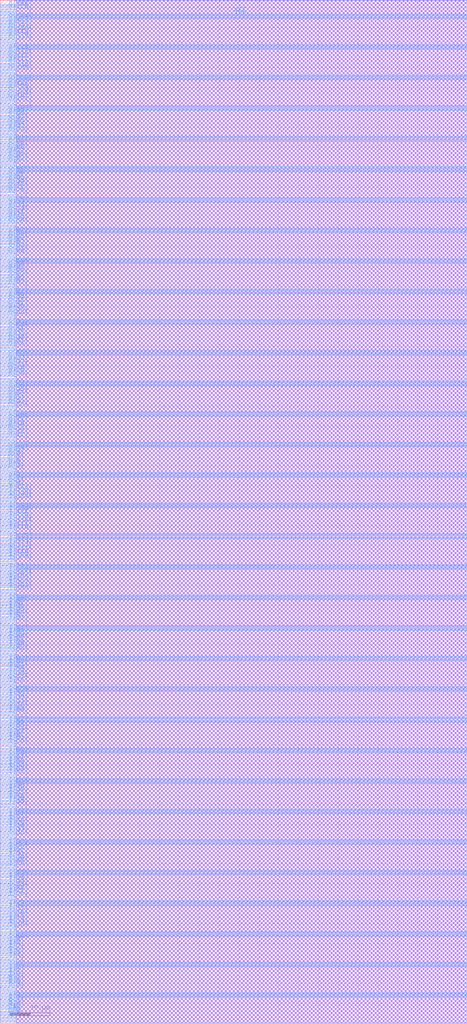
<source format=lef>
VERSION 5.6 ;
BUSBITCHARS "[]" ;
DIVIDERCHAR "/" ;

MACRO SRAM1RW256x128
  CLASS BLOCK ;
  ORIGIN 0 0 ;
  FOREIGN SRAM1RW256x128 0 0 ;
  SIZE 117.408 BY 256.896 ;
  SYMMETRY X Y ;
  SITE coreSite ;
  PIN VDD
    DIRECTION INOUT ;
    USE POWER ;
    PORT 
      LAYER M4 ;
        RECT 0.0 6.528 117.408 6.912 ;
        RECT 0.0 14.208 117.408 14.592 ;
        RECT 0.0 21.888 117.408 22.272 ;
        RECT 0.0 29.568 117.408 29.952 ;
        RECT 0.0 37.248 117.408 37.632 ;
        RECT 0.0 44.928 117.408 45.312 ;
        RECT 0.0 52.608 117.408 52.992 ;
        RECT 0.0 60.288 117.408 60.672 ;
        RECT 0.0 67.968 117.408 68.352 ;
        RECT 0.0 75.648 117.408 76.032 ;
        RECT 0.0 83.328 117.408 83.712 ;
        RECT 0.0 91.008 117.408 91.392 ;
        RECT 0.0 98.688 117.408 99.072 ;
        RECT 0.0 106.368 117.408 106.752 ;
        RECT 0.0 114.048 117.408 114.432 ;
        RECT 0.0 121.728 117.408 122.112 ;
        RECT 0.0 129.408 117.408 129.792 ;
        RECT 0.0 137.088 117.408 137.472 ;
        RECT 0.0 144.768 117.408 145.152 ;
        RECT 0.0 152.448 117.408 152.832 ;
        RECT 0.0 160.128 117.408 160.512 ;
        RECT 0.0 167.808 117.408 168.192 ;
        RECT 0.0 175.488 117.408 175.872 ;
        RECT 0.0 183.168 117.408 183.552 ;
        RECT 0.0 190.848 117.408 191.232 ;
        RECT 0.0 198.528 117.408 198.912 ;
        RECT 0.0 206.208 117.408 206.592 ;
        RECT 0.0 213.888 117.408 214.272 ;
        RECT 0.0 221.568 117.408 221.952 ;
        RECT 0.0 229.248 117.408 229.632 ;
        RECT 0.0 236.928 117.408 237.312 ;
        RECT 0.0 244.608 117.408 244.992 ;
        RECT 0.0 252.288 117.408 252.672 ;
    END 
  END VDD
  PIN VSS
    DIRECTION INOUT ;
    USE GROUND ;
    PORT 
      LAYER M4 ;
        RECT 0.0 7.296 117.408 7.68 ;
        RECT 0.0 14.976 117.408 15.36 ;
        RECT 0.0 22.656 117.408 23.04 ;
        RECT 0.0 30.336 117.408 30.72 ;
        RECT 0.0 38.016 117.408 38.4 ;
        RECT 0.0 45.696 117.408 46.08 ;
        RECT 0.0 53.376 117.408 53.76 ;
        RECT 0.0 61.056 117.408 61.44 ;
        RECT 0.0 68.736 117.408 69.12 ;
        RECT 0.0 76.416 117.408 76.8 ;
        RECT 0.0 84.096 117.408 84.48 ;
        RECT 0.0 91.776 117.408 92.16 ;
        RECT 0.0 99.456 117.408 99.84 ;
        RECT 0.0 107.136 117.408 107.52 ;
        RECT 0.0 114.816 117.408 115.2 ;
        RECT 0.0 122.496 117.408 122.88 ;
        RECT 0.0 130.176 117.408 130.56 ;
        RECT 0.0 137.856 117.408 138.24 ;
        RECT 0.0 145.536 117.408 145.92 ;
        RECT 0.0 153.216 117.408 153.6 ;
        RECT 0.0 160.896 117.408 161.28 ;
        RECT 0.0 168.576 117.408 168.96 ;
        RECT 0.0 176.256 117.408 176.64 ;
        RECT 0.0 183.936 117.408 184.32 ;
        RECT 0.0 191.616 117.408 192.0 ;
        RECT 0.0 199.296 117.408 199.68 ;
        RECT 0.0 206.976 117.408 207.36 ;
        RECT 0.0 214.656 117.408 215.04 ;
        RECT 0.0 222.336 117.408 222.72 ;
        RECT 0.0 230.016 117.408 230.4 ;
        RECT 0.0 237.696 117.408 238.08 ;
        RECT 0.0 245.376 117.408 245.76 ;
        RECT 0.0 253.056 117.408 253.44 ;
    END 
  END VSS
  PIN CE
    DIRECTION INPUT ;
    USE SIGNAL ;
    PORT 
      LAYER M4 ;
        RECT 0.0 0.384 4.0 0.768 ;
    END 
  END CE
  PIN WEB
    DIRECTION INPUT ;
    USE SIGNAL ;
    PORT 
      LAYER M4 ;
        RECT 0.0 1.152 4.0 1.536 ;
    END 
  END WEB
  PIN OEB
    DIRECTION INPUT ;
    USE SIGNAL ;
    PORT 
      LAYER M4 ;
        RECT 0.0 1.92 4.0 2.304 ;
    END 
  END OEB
  PIN CSB
    DIRECTION INPUT ;
    USE SIGNAL ;
    PORT 
      LAYER M4 ;
        RECT 0.0 2.688 4.0 3.072 ;
    END 
  END CSB
  PIN A[0]
    DIRECTION INPUT ;
    USE SIGNAL ;
    PORT 
      LAYER M4 ;
        RECT 0.0 3.456 4.0 3.84 ;
    END 
  END A[0]
  PIN A[1]
    DIRECTION INPUT ;
    USE SIGNAL ;
    PORT 
      LAYER M4 ;
        RECT 0.0 4.224 4.0 4.608 ;
    END 
  END A[1]
  PIN A[2]
    DIRECTION INPUT ;
    USE SIGNAL ;
    PORT 
      LAYER M4 ;
        RECT 0.0 4.992 4.0 5.376 ;
    END 
  END A[2]
  PIN A[3]
    DIRECTION INPUT ;
    USE SIGNAL ;
    PORT 
      LAYER M4 ;
        RECT 0.0 5.76 4.0 6.144 ;
    END 
  END A[3]
  PIN A[4]
    DIRECTION INPUT ;
    USE SIGNAL ;
    PORT 
      LAYER M4 ;
        RECT 0.0 8.064 4.0 8.448 ;
    END 
  END A[4]
  PIN A[5]
    DIRECTION INPUT ;
    USE SIGNAL ;
    PORT 
      LAYER M4 ;
        RECT 0.0 8.832 4.0 9.216 ;
    END 
  END A[5]
  PIN A[6]
    DIRECTION INPUT ;
    USE SIGNAL ;
    PORT 
      LAYER M4 ;
        RECT 0.0 9.6 4.0 9.984 ;
    END 
  END A[6]
  PIN A[7]
    DIRECTION INPUT ;
    USE SIGNAL ;
    PORT 
      LAYER M4 ;
        RECT 0.0 10.368 4.0 10.752 ;
    END 
  END A[7]
  PIN I[0]
    DIRECTION INPUT ;
    USE SIGNAL ;
    PORT 
      LAYER M4 ;
        RECT 0.0 11.136 4.0 11.52 ;
    END 
  END I[0]
  PIN I[1]
    DIRECTION INPUT ;
    USE SIGNAL ;
    PORT 
      LAYER M4 ;
        RECT 0.0 11.904 4.0 12.288 ;
    END 
  END I[1]
  PIN I[2]
    DIRECTION INPUT ;
    USE SIGNAL ;
    PORT 
      LAYER M4 ;
        RECT 0.0 12.672 4.0 13.056 ;
    END 
  END I[2]
  PIN I[3]
    DIRECTION INPUT ;
    USE SIGNAL ;
    PORT 
      LAYER M4 ;
        RECT 0.0 13.44 4.0 13.824 ;
    END 
  END I[3]
  PIN I[4]
    DIRECTION INPUT ;
    USE SIGNAL ;
    PORT 
      LAYER M4 ;
        RECT 0.0 15.744 4.0 16.128 ;
    END 
  END I[4]
  PIN I[5]
    DIRECTION INPUT ;
    USE SIGNAL ;
    PORT 
      LAYER M4 ;
        RECT 0.0 16.512 4.0 16.896 ;
    END 
  END I[5]
  PIN I[6]
    DIRECTION INPUT ;
    USE SIGNAL ;
    PORT 
      LAYER M4 ;
        RECT 0.0 17.28 4.0 17.664 ;
    END 
  END I[6]
  PIN I[7]
    DIRECTION INPUT ;
    USE SIGNAL ;
    PORT 
      LAYER M4 ;
        RECT 0.0 18.048 4.0 18.432 ;
    END 
  END I[7]
  PIN I[8]
    DIRECTION INPUT ;
    USE SIGNAL ;
    PORT 
      LAYER M4 ;
        RECT 0.0 18.816 4.0 19.2 ;
    END 
  END I[8]
  PIN I[9]
    DIRECTION INPUT ;
    USE SIGNAL ;
    PORT 
      LAYER M4 ;
        RECT 0.0 19.584 4.0 19.968 ;
    END 
  END I[9]
  PIN I[10]
    DIRECTION INPUT ;
    USE SIGNAL ;
    PORT 
      LAYER M4 ;
        RECT 0.0 20.352 4.0 20.736 ;
    END 
  END I[10]
  PIN I[11]
    DIRECTION INPUT ;
    USE SIGNAL ;
    PORT 
      LAYER M4 ;
        RECT 0.0 21.12 4.0 21.504 ;
    END 
  END I[11]
  PIN I[12]
    DIRECTION INPUT ;
    USE SIGNAL ;
    PORT 
      LAYER M4 ;
        RECT 0.0 23.424 4.0 23.808 ;
    END 
  END I[12]
  PIN I[13]
    DIRECTION INPUT ;
    USE SIGNAL ;
    PORT 
      LAYER M4 ;
        RECT 0.0 24.192 4.0 24.576 ;
    END 
  END I[13]
  PIN I[14]
    DIRECTION INPUT ;
    USE SIGNAL ;
    PORT 
      LAYER M4 ;
        RECT 0.0 24.96 4.0 25.344 ;
    END 
  END I[14]
  PIN I[15]
    DIRECTION INPUT ;
    USE SIGNAL ;
    PORT 
      LAYER M4 ;
        RECT 0.0 25.728 4.0 26.112 ;
    END 
  END I[15]
  PIN I[16]
    DIRECTION INPUT ;
    USE SIGNAL ;
    PORT 
      LAYER M4 ;
        RECT 0.0 26.496 4.0 26.88 ;
    END 
  END I[16]
  PIN I[17]
    DIRECTION INPUT ;
    USE SIGNAL ;
    PORT 
      LAYER M4 ;
        RECT 0.0 27.264 4.0 27.648 ;
    END 
  END I[17]
  PIN I[18]
    DIRECTION INPUT ;
    USE SIGNAL ;
    PORT 
      LAYER M4 ;
        RECT 0.0 28.032 4.0 28.416 ;
    END 
  END I[18]
  PIN I[19]
    DIRECTION INPUT ;
    USE SIGNAL ;
    PORT 
      LAYER M4 ;
        RECT 0.0 28.8 4.0 29.184 ;
    END 
  END I[19]
  PIN I[20]
    DIRECTION INPUT ;
    USE SIGNAL ;
    PORT 
      LAYER M4 ;
        RECT 0.0 31.104 4.0 31.488 ;
    END 
  END I[20]
  PIN I[21]
    DIRECTION INPUT ;
    USE SIGNAL ;
    PORT 
      LAYER M4 ;
        RECT 0.0 31.872 4.0 32.256 ;
    END 
  END I[21]
  PIN I[22]
    DIRECTION INPUT ;
    USE SIGNAL ;
    PORT 
      LAYER M4 ;
        RECT 0.0 32.64 4.0 33.024 ;
    END 
  END I[22]
  PIN I[23]
    DIRECTION INPUT ;
    USE SIGNAL ;
    PORT 
      LAYER M4 ;
        RECT 0.0 33.408 4.0 33.792 ;
    END 
  END I[23]
  PIN I[24]
    DIRECTION INPUT ;
    USE SIGNAL ;
    PORT 
      LAYER M4 ;
        RECT 0.0 34.176 4.0 34.56 ;
    END 
  END I[24]
  PIN I[25]
    DIRECTION INPUT ;
    USE SIGNAL ;
    PORT 
      LAYER M4 ;
        RECT 0.0 34.944 4.0 35.328 ;
    END 
  END I[25]
  PIN I[26]
    DIRECTION INPUT ;
    USE SIGNAL ;
    PORT 
      LAYER M4 ;
        RECT 0.0 35.712 4.0 36.096 ;
    END 
  END I[26]
  PIN I[27]
    DIRECTION INPUT ;
    USE SIGNAL ;
    PORT 
      LAYER M4 ;
        RECT 0.0 36.48 4.0 36.864 ;
    END 
  END I[27]
  PIN I[28]
    DIRECTION INPUT ;
    USE SIGNAL ;
    PORT 
      LAYER M4 ;
        RECT 0.0 38.784 4.0 39.168 ;
    END 
  END I[28]
  PIN I[29]
    DIRECTION INPUT ;
    USE SIGNAL ;
    PORT 
      LAYER M4 ;
        RECT 0.0 39.552 4.0 39.936 ;
    END 
  END I[29]
  PIN I[30]
    DIRECTION INPUT ;
    USE SIGNAL ;
    PORT 
      LAYER M4 ;
        RECT 0.0 40.32 4.0 40.704 ;
    END 
  END I[30]
  PIN I[31]
    DIRECTION INPUT ;
    USE SIGNAL ;
    PORT 
      LAYER M4 ;
        RECT 0.0 41.088 4.0 41.472 ;
    END 
  END I[31]
  PIN I[32]
    DIRECTION INPUT ;
    USE SIGNAL ;
    PORT 
      LAYER M4 ;
        RECT 0.0 41.856 4.0 42.24 ;
    END 
  END I[32]
  PIN I[33]
    DIRECTION INPUT ;
    USE SIGNAL ;
    PORT 
      LAYER M4 ;
        RECT 0.0 42.624 4.0 43.008 ;
    END 
  END I[33]
  PIN I[34]
    DIRECTION INPUT ;
    USE SIGNAL ;
    PORT 
      LAYER M4 ;
        RECT 0.0 43.392 4.0 43.776 ;
    END 
  END I[34]
  PIN I[35]
    DIRECTION INPUT ;
    USE SIGNAL ;
    PORT 
      LAYER M4 ;
        RECT 0.0 44.16 4.0 44.544 ;
    END 
  END I[35]
  PIN I[36]
    DIRECTION INPUT ;
    USE SIGNAL ;
    PORT 
      LAYER M4 ;
        RECT 0.0 46.464 4.0 46.848 ;
    END 
  END I[36]
  PIN I[37]
    DIRECTION INPUT ;
    USE SIGNAL ;
    PORT 
      LAYER M4 ;
        RECT 0.0 47.232 4.0 47.616 ;
    END 
  END I[37]
  PIN I[38]
    DIRECTION INPUT ;
    USE SIGNAL ;
    PORT 
      LAYER M4 ;
        RECT 0.0 48.0 4.0 48.384 ;
    END 
  END I[38]
  PIN I[39]
    DIRECTION INPUT ;
    USE SIGNAL ;
    PORT 
      LAYER M4 ;
        RECT 0.0 48.768 4.0 49.152 ;
    END 
  END I[39]
  PIN I[40]
    DIRECTION INPUT ;
    USE SIGNAL ;
    PORT 
      LAYER M4 ;
        RECT 0.0 49.536 4.0 49.92 ;
    END 
  END I[40]
  PIN I[41]
    DIRECTION INPUT ;
    USE SIGNAL ;
    PORT 
      LAYER M4 ;
        RECT 0.0 50.304 4.0 50.688 ;
    END 
  END I[41]
  PIN I[42]
    DIRECTION INPUT ;
    USE SIGNAL ;
    PORT 
      LAYER M4 ;
        RECT 0.0 51.072 4.0 51.456 ;
    END 
  END I[42]
  PIN I[43]
    DIRECTION INPUT ;
    USE SIGNAL ;
    PORT 
      LAYER M4 ;
        RECT 0.0 51.84 4.0 52.224 ;
    END 
  END I[43]
  PIN I[44]
    DIRECTION INPUT ;
    USE SIGNAL ;
    PORT 
      LAYER M4 ;
        RECT 0.0 54.144 4.0 54.528 ;
    END 
  END I[44]
  PIN I[45]
    DIRECTION INPUT ;
    USE SIGNAL ;
    PORT 
      LAYER M4 ;
        RECT 0.0 54.912 4.0 55.296 ;
    END 
  END I[45]
  PIN I[46]
    DIRECTION INPUT ;
    USE SIGNAL ;
    PORT 
      LAYER M4 ;
        RECT 0.0 55.68 4.0 56.064 ;
    END 
  END I[46]
  PIN I[47]
    DIRECTION INPUT ;
    USE SIGNAL ;
    PORT 
      LAYER M4 ;
        RECT 0.0 56.448 4.0 56.832 ;
    END 
  END I[47]
  PIN I[48]
    DIRECTION INPUT ;
    USE SIGNAL ;
    PORT 
      LAYER M4 ;
        RECT 0.0 57.216 4.0 57.6 ;
    END 
  END I[48]
  PIN I[49]
    DIRECTION INPUT ;
    USE SIGNAL ;
    PORT 
      LAYER M4 ;
        RECT 0.0 57.984 4.0 58.368 ;
    END 
  END I[49]
  PIN I[50]
    DIRECTION INPUT ;
    USE SIGNAL ;
    PORT 
      LAYER M4 ;
        RECT 0.0 58.752 4.0 59.136 ;
    END 
  END I[50]
  PIN I[51]
    DIRECTION INPUT ;
    USE SIGNAL ;
    PORT 
      LAYER M4 ;
        RECT 0.0 59.52 4.0 59.904 ;
    END 
  END I[51]
  PIN I[52]
    DIRECTION INPUT ;
    USE SIGNAL ;
    PORT 
      LAYER M4 ;
        RECT 0.0 61.824 4.0 62.208 ;
    END 
  END I[52]
  PIN I[53]
    DIRECTION INPUT ;
    USE SIGNAL ;
    PORT 
      LAYER M4 ;
        RECT 0.0 62.592 4.0 62.976 ;
    END 
  END I[53]
  PIN I[54]
    DIRECTION INPUT ;
    USE SIGNAL ;
    PORT 
      LAYER M4 ;
        RECT 0.0 63.36 4.0 63.744 ;
    END 
  END I[54]
  PIN I[55]
    DIRECTION INPUT ;
    USE SIGNAL ;
    PORT 
      LAYER M4 ;
        RECT 0.0 64.128 4.0 64.512 ;
    END 
  END I[55]
  PIN I[56]
    DIRECTION INPUT ;
    USE SIGNAL ;
    PORT 
      LAYER M4 ;
        RECT 0.0 64.896 4.0 65.28 ;
    END 
  END I[56]
  PIN I[57]
    DIRECTION INPUT ;
    USE SIGNAL ;
    PORT 
      LAYER M4 ;
        RECT 0.0 65.664 4.0 66.048 ;
    END 
  END I[57]
  PIN I[58]
    DIRECTION INPUT ;
    USE SIGNAL ;
    PORT 
      LAYER M4 ;
        RECT 0.0 66.432 4.0 66.816 ;
    END 
  END I[58]
  PIN I[59]
    DIRECTION INPUT ;
    USE SIGNAL ;
    PORT 
      LAYER M4 ;
        RECT 0.0 67.2 4.0 67.584 ;
    END 
  END I[59]
  PIN I[60]
    DIRECTION INPUT ;
    USE SIGNAL ;
    PORT 
      LAYER M4 ;
        RECT 0.0 69.504 4.0 69.888 ;
    END 
  END I[60]
  PIN I[61]
    DIRECTION INPUT ;
    USE SIGNAL ;
    PORT 
      LAYER M4 ;
        RECT 0.0 70.272 4.0 70.656 ;
    END 
  END I[61]
  PIN I[62]
    DIRECTION INPUT ;
    USE SIGNAL ;
    PORT 
      LAYER M4 ;
        RECT 0.0 71.04 4.0 71.424 ;
    END 
  END I[62]
  PIN I[63]
    DIRECTION INPUT ;
    USE SIGNAL ;
    PORT 
      LAYER M4 ;
        RECT 0.0 71.808 4.0 72.192 ;
    END 
  END I[63]
  PIN I[64]
    DIRECTION INPUT ;
    USE SIGNAL ;
    PORT 
      LAYER M4 ;
        RECT 0.0 72.576 4.0 72.96 ;
    END 
  END I[64]
  PIN I[65]
    DIRECTION INPUT ;
    USE SIGNAL ;
    PORT 
      LAYER M4 ;
        RECT 0.0 73.344 4.0 73.728 ;
    END 
  END I[65]
  PIN I[66]
    DIRECTION INPUT ;
    USE SIGNAL ;
    PORT 
      LAYER M4 ;
        RECT 0.0 74.112 4.0 74.496 ;
    END 
  END I[66]
  PIN I[67]
    DIRECTION INPUT ;
    USE SIGNAL ;
    PORT 
      LAYER M4 ;
        RECT 0.0 74.88 4.0 75.264 ;
    END 
  END I[67]
  PIN I[68]
    DIRECTION INPUT ;
    USE SIGNAL ;
    PORT 
      LAYER M4 ;
        RECT 0.0 77.184 4.0 77.568 ;
    END 
  END I[68]
  PIN I[69]
    DIRECTION INPUT ;
    USE SIGNAL ;
    PORT 
      LAYER M4 ;
        RECT 0.0 77.952 4.0 78.336 ;
    END 
  END I[69]
  PIN I[70]
    DIRECTION INPUT ;
    USE SIGNAL ;
    PORT 
      LAYER M4 ;
        RECT 0.0 78.72 4.0 79.104 ;
    END 
  END I[70]
  PIN I[71]
    DIRECTION INPUT ;
    USE SIGNAL ;
    PORT 
      LAYER M4 ;
        RECT 0.0 79.488 4.0 79.872 ;
    END 
  END I[71]
  PIN I[72]
    DIRECTION INPUT ;
    USE SIGNAL ;
    PORT 
      LAYER M4 ;
        RECT 0.0 80.256 4.0 80.64 ;
    END 
  END I[72]
  PIN I[73]
    DIRECTION INPUT ;
    USE SIGNAL ;
    PORT 
      LAYER M4 ;
        RECT 0.0 81.024 4.0 81.408 ;
    END 
  END I[73]
  PIN I[74]
    DIRECTION INPUT ;
    USE SIGNAL ;
    PORT 
      LAYER M4 ;
        RECT 0.0 81.792 4.0 82.176 ;
    END 
  END I[74]
  PIN I[75]
    DIRECTION INPUT ;
    USE SIGNAL ;
    PORT 
      LAYER M4 ;
        RECT 0.0 82.56 4.0 82.944 ;
    END 
  END I[75]
  PIN I[76]
    DIRECTION INPUT ;
    USE SIGNAL ;
    PORT 
      LAYER M4 ;
        RECT 0.0 84.864 4.0 85.248 ;
    END 
  END I[76]
  PIN I[77]
    DIRECTION INPUT ;
    USE SIGNAL ;
    PORT 
      LAYER M4 ;
        RECT 0.0 85.632 4.0 86.016 ;
    END 
  END I[77]
  PIN I[78]
    DIRECTION INPUT ;
    USE SIGNAL ;
    PORT 
      LAYER M4 ;
        RECT 0.0 86.4 4.0 86.784 ;
    END 
  END I[78]
  PIN I[79]
    DIRECTION INPUT ;
    USE SIGNAL ;
    PORT 
      LAYER M4 ;
        RECT 0.0 87.168 4.0 87.552 ;
    END 
  END I[79]
  PIN I[80]
    DIRECTION INPUT ;
    USE SIGNAL ;
    PORT 
      LAYER M4 ;
        RECT 0.0 87.936 4.0 88.32 ;
    END 
  END I[80]
  PIN I[81]
    DIRECTION INPUT ;
    USE SIGNAL ;
    PORT 
      LAYER M4 ;
        RECT 0.0 88.704 4.0 89.088 ;
    END 
  END I[81]
  PIN I[82]
    DIRECTION INPUT ;
    USE SIGNAL ;
    PORT 
      LAYER M4 ;
        RECT 0.0 89.472 4.0 89.856 ;
    END 
  END I[82]
  PIN I[83]
    DIRECTION INPUT ;
    USE SIGNAL ;
    PORT 
      LAYER M4 ;
        RECT 0.0 90.24 4.0 90.624 ;
    END 
  END I[83]
  PIN I[84]
    DIRECTION INPUT ;
    USE SIGNAL ;
    PORT 
      LAYER M4 ;
        RECT 0.0 92.544 4.0 92.928 ;
    END 
  END I[84]
  PIN I[85]
    DIRECTION INPUT ;
    USE SIGNAL ;
    PORT 
      LAYER M4 ;
        RECT 0.0 93.312 4.0 93.696 ;
    END 
  END I[85]
  PIN I[86]
    DIRECTION INPUT ;
    USE SIGNAL ;
    PORT 
      LAYER M4 ;
        RECT 0.0 94.08 4.0 94.464 ;
    END 
  END I[86]
  PIN I[87]
    DIRECTION INPUT ;
    USE SIGNAL ;
    PORT 
      LAYER M4 ;
        RECT 0.0 94.848 4.0 95.232 ;
    END 
  END I[87]
  PIN I[88]
    DIRECTION INPUT ;
    USE SIGNAL ;
    PORT 
      LAYER M4 ;
        RECT 0.0 95.616 4.0 96.0 ;
    END 
  END I[88]
  PIN I[89]
    DIRECTION INPUT ;
    USE SIGNAL ;
    PORT 
      LAYER M4 ;
        RECT 0.0 96.384 4.0 96.768 ;
    END 
  END I[89]
  PIN I[90]
    DIRECTION INPUT ;
    USE SIGNAL ;
    PORT 
      LAYER M4 ;
        RECT 0.0 97.152 4.0 97.536 ;
    END 
  END I[90]
  PIN I[91]
    DIRECTION INPUT ;
    USE SIGNAL ;
    PORT 
      LAYER M4 ;
        RECT 0.0 97.92 4.0 98.304 ;
    END 
  END I[91]
  PIN I[92]
    DIRECTION INPUT ;
    USE SIGNAL ;
    PORT 
      LAYER M4 ;
        RECT 0.0 100.224 4.0 100.608 ;
    END 
  END I[92]
  PIN I[93]
    DIRECTION INPUT ;
    USE SIGNAL ;
    PORT 
      LAYER M4 ;
        RECT 0.0 100.992 4.0 101.376 ;
    END 
  END I[93]
  PIN I[94]
    DIRECTION INPUT ;
    USE SIGNAL ;
    PORT 
      LAYER M4 ;
        RECT 0.0 101.76 4.0 102.144 ;
    END 
  END I[94]
  PIN I[95]
    DIRECTION INPUT ;
    USE SIGNAL ;
    PORT 
      LAYER M4 ;
        RECT 0.0 102.528 4.0 102.912 ;
    END 
  END I[95]
  PIN I[96]
    DIRECTION INPUT ;
    USE SIGNAL ;
    PORT 
      LAYER M4 ;
        RECT 0.0 103.296 4.0 103.68 ;
    END 
  END I[96]
  PIN I[97]
    DIRECTION INPUT ;
    USE SIGNAL ;
    PORT 
      LAYER M4 ;
        RECT 0.0 104.064 4.0 104.448 ;
    END 
  END I[97]
  PIN I[98]
    DIRECTION INPUT ;
    USE SIGNAL ;
    PORT 
      LAYER M4 ;
        RECT 0.0 104.832 4.0 105.216 ;
    END 
  END I[98]
  PIN I[99]
    DIRECTION INPUT ;
    USE SIGNAL ;
    PORT 
      LAYER M4 ;
        RECT 0.0 105.6 4.0 105.984 ;
    END 
  END I[99]
  PIN I[100]
    DIRECTION INPUT ;
    USE SIGNAL ;
    PORT 
      LAYER M4 ;
        RECT 0.0 107.904 4.0 108.288 ;
    END 
  END I[100]
  PIN I[101]
    DIRECTION INPUT ;
    USE SIGNAL ;
    PORT 
      LAYER M4 ;
        RECT 0.0 108.672 4.0 109.056 ;
    END 
  END I[101]
  PIN I[102]
    DIRECTION INPUT ;
    USE SIGNAL ;
    PORT 
      LAYER M4 ;
        RECT 0.0 109.44 4.0 109.824 ;
    END 
  END I[102]
  PIN I[103]
    DIRECTION INPUT ;
    USE SIGNAL ;
    PORT 
      LAYER M4 ;
        RECT 0.0 110.208 4.0 110.592 ;
    END 
  END I[103]
  PIN I[104]
    DIRECTION INPUT ;
    USE SIGNAL ;
    PORT 
      LAYER M4 ;
        RECT 0.0 110.976 4.0 111.36 ;
    END 
  END I[104]
  PIN I[105]
    DIRECTION INPUT ;
    USE SIGNAL ;
    PORT 
      LAYER M4 ;
        RECT 0.0 111.744 4.0 112.128 ;
    END 
  END I[105]
  PIN I[106]
    DIRECTION INPUT ;
    USE SIGNAL ;
    PORT 
      LAYER M4 ;
        RECT 0.0 112.512 4.0 112.896 ;
    END 
  END I[106]
  PIN I[107]
    DIRECTION INPUT ;
    USE SIGNAL ;
    PORT 
      LAYER M4 ;
        RECT 0.0 113.28 4.0 113.664 ;
    END 
  END I[107]
  PIN I[108]
    DIRECTION INPUT ;
    USE SIGNAL ;
    PORT 
      LAYER M4 ;
        RECT 0.0 115.584 4.0 115.968 ;
    END 
  END I[108]
  PIN I[109]
    DIRECTION INPUT ;
    USE SIGNAL ;
    PORT 
      LAYER M4 ;
        RECT 0.0 116.352 4.0 116.736 ;
    END 
  END I[109]
  PIN I[110]
    DIRECTION INPUT ;
    USE SIGNAL ;
    PORT 
      LAYER M4 ;
        RECT 0.0 117.12 4.0 117.504 ;
    END 
  END I[110]
  PIN I[111]
    DIRECTION INPUT ;
    USE SIGNAL ;
    PORT 
      LAYER M4 ;
        RECT 0.0 117.888 4.0 118.272 ;
    END 
  END I[111]
  PIN I[112]
    DIRECTION INPUT ;
    USE SIGNAL ;
    PORT 
      LAYER M4 ;
        RECT 0.0 118.656 4.0 119.04 ;
    END 
  END I[112]
  PIN I[113]
    DIRECTION INPUT ;
    USE SIGNAL ;
    PORT 
      LAYER M4 ;
        RECT 0.0 119.424 4.0 119.808 ;
    END 
  END I[113]
  PIN I[114]
    DIRECTION INPUT ;
    USE SIGNAL ;
    PORT 
      LAYER M4 ;
        RECT 0.0 120.192 4.0 120.576 ;
    END 
  END I[114]
  PIN I[115]
    DIRECTION INPUT ;
    USE SIGNAL ;
    PORT 
      LAYER M4 ;
        RECT 0.0 120.96 4.0 121.344 ;
    END 
  END I[115]
  PIN I[116]
    DIRECTION INPUT ;
    USE SIGNAL ;
    PORT 
      LAYER M4 ;
        RECT 0.0 123.264 4.0 123.648 ;
    END 
  END I[116]
  PIN I[117]
    DIRECTION INPUT ;
    USE SIGNAL ;
    PORT 
      LAYER M4 ;
        RECT 0.0 124.032 4.0 124.416 ;
    END 
  END I[117]
  PIN I[118]
    DIRECTION INPUT ;
    USE SIGNAL ;
    PORT 
      LAYER M4 ;
        RECT 0.0 124.8 4.0 125.184 ;
    END 
  END I[118]
  PIN I[119]
    DIRECTION INPUT ;
    USE SIGNAL ;
    PORT 
      LAYER M4 ;
        RECT 0.0 125.568 4.0 125.952 ;
    END 
  END I[119]
  PIN I[120]
    DIRECTION INPUT ;
    USE SIGNAL ;
    PORT 
      LAYER M4 ;
        RECT 0.0 126.336 4.0 126.72 ;
    END 
  END I[120]
  PIN I[121]
    DIRECTION INPUT ;
    USE SIGNAL ;
    PORT 
      LAYER M4 ;
        RECT 0.0 127.104 4.0 127.488 ;
    END 
  END I[121]
  PIN I[122]
    DIRECTION INPUT ;
    USE SIGNAL ;
    PORT 
      LAYER M4 ;
        RECT 0.0 127.872 4.0 128.256 ;
    END 
  END I[122]
  PIN I[123]
    DIRECTION INPUT ;
    USE SIGNAL ;
    PORT 
      LAYER M4 ;
        RECT 0.0 128.64 4.0 129.024 ;
    END 
  END I[123]
  PIN I[124]
    DIRECTION INPUT ;
    USE SIGNAL ;
    PORT 
      LAYER M4 ;
        RECT 0.0 130.944 4.0 131.328 ;
    END 
  END I[124]
  PIN I[125]
    DIRECTION INPUT ;
    USE SIGNAL ;
    PORT 
      LAYER M4 ;
        RECT 0.0 131.712 4.0 132.096 ;
    END 
  END I[125]
  PIN I[126]
    DIRECTION INPUT ;
    USE SIGNAL ;
    PORT 
      LAYER M4 ;
        RECT 0.0 132.48 4.0 132.864 ;
    END 
  END I[126]
  PIN I[127]
    DIRECTION INPUT ;
    USE SIGNAL ;
    PORT 
      LAYER M4 ;
        RECT 0.0 133.248 4.0 133.632 ;
    END 
  END I[127]
  PIN O[0]
    DIRECTION OUTPUT ;
    USE SIGNAL ;
    PORT 
      LAYER M4 ;
        RECT 0.0 134.016 4.0 134.4 ;
    END 
  END O[0]
  PIN O[1]
    DIRECTION OUTPUT ;
    USE SIGNAL ;
    PORT 
      LAYER M4 ;
        RECT 0.0 134.784 4.0 135.168 ;
    END 
  END O[1]
  PIN O[2]
    DIRECTION OUTPUT ;
    USE SIGNAL ;
    PORT 
      LAYER M4 ;
        RECT 0.0 135.552 4.0 135.936 ;
    END 
  END O[2]
  PIN O[3]
    DIRECTION OUTPUT ;
    USE SIGNAL ;
    PORT 
      LAYER M4 ;
        RECT 0.0 136.32 4.0 136.704 ;
    END 
  END O[3]
  PIN O[4]
    DIRECTION OUTPUT ;
    USE SIGNAL ;
    PORT 
      LAYER M4 ;
        RECT 0.0 138.624 4.0 139.008 ;
    END 
  END O[4]
  PIN O[5]
    DIRECTION OUTPUT ;
    USE SIGNAL ;
    PORT 
      LAYER M4 ;
        RECT 0.0 139.392 4.0 139.776 ;
    END 
  END O[5]
  PIN O[6]
    DIRECTION OUTPUT ;
    USE SIGNAL ;
    PORT 
      LAYER M4 ;
        RECT 0.0 140.16 4.0 140.544 ;
    END 
  END O[6]
  PIN O[7]
    DIRECTION OUTPUT ;
    USE SIGNAL ;
    PORT 
      LAYER M4 ;
        RECT 0.0 140.928 4.0 141.312 ;
    END 
  END O[7]
  PIN O[8]
    DIRECTION OUTPUT ;
    USE SIGNAL ;
    PORT 
      LAYER M4 ;
        RECT 0.0 141.696 4.0 142.08 ;
    END 
  END O[8]
  PIN O[9]
    DIRECTION OUTPUT ;
    USE SIGNAL ;
    PORT 
      LAYER M4 ;
        RECT 0.0 142.464 4.0 142.848 ;
    END 
  END O[9]
  PIN O[10]
    DIRECTION OUTPUT ;
    USE SIGNAL ;
    PORT 
      LAYER M4 ;
        RECT 0.0 143.232 4.0 143.616 ;
    END 
  END O[10]
  PIN O[11]
    DIRECTION OUTPUT ;
    USE SIGNAL ;
    PORT 
      LAYER M4 ;
        RECT 0.0 144.0 4.0 144.384 ;
    END 
  END O[11]
  PIN O[12]
    DIRECTION OUTPUT ;
    USE SIGNAL ;
    PORT 
      LAYER M4 ;
        RECT 0.0 146.304 4.0 146.688 ;
    END 
  END O[12]
  PIN O[13]
    DIRECTION OUTPUT ;
    USE SIGNAL ;
    PORT 
      LAYER M4 ;
        RECT 0.0 147.072 4.0 147.456 ;
    END 
  END O[13]
  PIN O[14]
    DIRECTION OUTPUT ;
    USE SIGNAL ;
    PORT 
      LAYER M4 ;
        RECT 0.0 147.84 4.0 148.224 ;
    END 
  END O[14]
  PIN O[15]
    DIRECTION OUTPUT ;
    USE SIGNAL ;
    PORT 
      LAYER M4 ;
        RECT 0.0 148.608 4.0 148.992 ;
    END 
  END O[15]
  PIN O[16]
    DIRECTION OUTPUT ;
    USE SIGNAL ;
    PORT 
      LAYER M4 ;
        RECT 0.0 149.376 4.0 149.76 ;
    END 
  END O[16]
  PIN O[17]
    DIRECTION OUTPUT ;
    USE SIGNAL ;
    PORT 
      LAYER M4 ;
        RECT 0.0 150.144 4.0 150.528 ;
    END 
  END O[17]
  PIN O[18]
    DIRECTION OUTPUT ;
    USE SIGNAL ;
    PORT 
      LAYER M4 ;
        RECT 0.0 150.912 4.0 151.296 ;
    END 
  END O[18]
  PIN O[19]
    DIRECTION OUTPUT ;
    USE SIGNAL ;
    PORT 
      LAYER M4 ;
        RECT 0.0 151.68 4.0 152.064 ;
    END 
  END O[19]
  PIN O[20]
    DIRECTION OUTPUT ;
    USE SIGNAL ;
    PORT 
      LAYER M4 ;
        RECT 0.0 153.984 4.0 154.368 ;
    END 
  END O[20]
  PIN O[21]
    DIRECTION OUTPUT ;
    USE SIGNAL ;
    PORT 
      LAYER M4 ;
        RECT 0.0 154.752 4.0 155.136 ;
    END 
  END O[21]
  PIN O[22]
    DIRECTION OUTPUT ;
    USE SIGNAL ;
    PORT 
      LAYER M4 ;
        RECT 0.0 155.52 4.0 155.904 ;
    END 
  END O[22]
  PIN O[23]
    DIRECTION OUTPUT ;
    USE SIGNAL ;
    PORT 
      LAYER M4 ;
        RECT 0.0 156.288 4.0 156.672 ;
    END 
  END O[23]
  PIN O[24]
    DIRECTION OUTPUT ;
    USE SIGNAL ;
    PORT 
      LAYER M4 ;
        RECT 0.0 157.056 4.0 157.44 ;
    END 
  END O[24]
  PIN O[25]
    DIRECTION OUTPUT ;
    USE SIGNAL ;
    PORT 
      LAYER M4 ;
        RECT 0.0 157.824 4.0 158.208 ;
    END 
  END O[25]
  PIN O[26]
    DIRECTION OUTPUT ;
    USE SIGNAL ;
    PORT 
      LAYER M4 ;
        RECT 0.0 158.592 4.0 158.976 ;
    END 
  END O[26]
  PIN O[27]
    DIRECTION OUTPUT ;
    USE SIGNAL ;
    PORT 
      LAYER M4 ;
        RECT 0.0 159.36 4.0 159.744 ;
    END 
  END O[27]
  PIN O[28]
    DIRECTION OUTPUT ;
    USE SIGNAL ;
    PORT 
      LAYER M4 ;
        RECT 0.0 161.664 4.0 162.048 ;
    END 
  END O[28]
  PIN O[29]
    DIRECTION OUTPUT ;
    USE SIGNAL ;
    PORT 
      LAYER M4 ;
        RECT 0.0 162.432 4.0 162.816 ;
    END 
  END O[29]
  PIN O[30]
    DIRECTION OUTPUT ;
    USE SIGNAL ;
    PORT 
      LAYER M4 ;
        RECT 0.0 163.2 4.0 163.584 ;
    END 
  END O[30]
  PIN O[31]
    DIRECTION OUTPUT ;
    USE SIGNAL ;
    PORT 
      LAYER M4 ;
        RECT 0.0 163.968 4.0 164.352 ;
    END 
  END O[31]
  PIN O[32]
    DIRECTION OUTPUT ;
    USE SIGNAL ;
    PORT 
      LAYER M4 ;
        RECT 0.0 164.736 4.0 165.12 ;
    END 
  END O[32]
  PIN O[33]
    DIRECTION OUTPUT ;
    USE SIGNAL ;
    PORT 
      LAYER M4 ;
        RECT 0.0 165.504 4.0 165.888 ;
    END 
  END O[33]
  PIN O[34]
    DIRECTION OUTPUT ;
    USE SIGNAL ;
    PORT 
      LAYER M4 ;
        RECT 0.0 166.272 4.0 166.656 ;
    END 
  END O[34]
  PIN O[35]
    DIRECTION OUTPUT ;
    USE SIGNAL ;
    PORT 
      LAYER M4 ;
        RECT 0.0 167.04 4.0 167.424 ;
    END 
  END O[35]
  PIN O[36]
    DIRECTION OUTPUT ;
    USE SIGNAL ;
    PORT 
      LAYER M4 ;
        RECT 0.0 169.344 4.0 169.728 ;
    END 
  END O[36]
  PIN O[37]
    DIRECTION OUTPUT ;
    USE SIGNAL ;
    PORT 
      LAYER M4 ;
        RECT 0.0 170.112 4.0 170.496 ;
    END 
  END O[37]
  PIN O[38]
    DIRECTION OUTPUT ;
    USE SIGNAL ;
    PORT 
      LAYER M4 ;
        RECT 0.0 170.88 4.0 171.264 ;
    END 
  END O[38]
  PIN O[39]
    DIRECTION OUTPUT ;
    USE SIGNAL ;
    PORT 
      LAYER M4 ;
        RECT 0.0 171.648 4.0 172.032 ;
    END 
  END O[39]
  PIN O[40]
    DIRECTION OUTPUT ;
    USE SIGNAL ;
    PORT 
      LAYER M4 ;
        RECT 0.0 172.416 4.0 172.8 ;
    END 
  END O[40]
  PIN O[41]
    DIRECTION OUTPUT ;
    USE SIGNAL ;
    PORT 
      LAYER M4 ;
        RECT 0.0 173.184 4.0 173.568 ;
    END 
  END O[41]
  PIN O[42]
    DIRECTION OUTPUT ;
    USE SIGNAL ;
    PORT 
      LAYER M4 ;
        RECT 0.0 173.952 4.0 174.336 ;
    END 
  END O[42]
  PIN O[43]
    DIRECTION OUTPUT ;
    USE SIGNAL ;
    PORT 
      LAYER M4 ;
        RECT 0.0 174.72 4.0 175.104 ;
    END 
  END O[43]
  PIN O[44]
    DIRECTION OUTPUT ;
    USE SIGNAL ;
    PORT 
      LAYER M4 ;
        RECT 0.0 177.024 4.0 177.408 ;
    END 
  END O[44]
  PIN O[45]
    DIRECTION OUTPUT ;
    USE SIGNAL ;
    PORT 
      LAYER M4 ;
        RECT 0.0 177.792 4.0 178.176 ;
    END 
  END O[45]
  PIN O[46]
    DIRECTION OUTPUT ;
    USE SIGNAL ;
    PORT 
      LAYER M4 ;
        RECT 0.0 178.56 4.0 178.944 ;
    END 
  END O[46]
  PIN O[47]
    DIRECTION OUTPUT ;
    USE SIGNAL ;
    PORT 
      LAYER M4 ;
        RECT 0.0 179.328 4.0 179.712 ;
    END 
  END O[47]
  PIN O[48]
    DIRECTION OUTPUT ;
    USE SIGNAL ;
    PORT 
      LAYER M4 ;
        RECT 0.0 180.096 4.0 180.48 ;
    END 
  END O[48]
  PIN O[49]
    DIRECTION OUTPUT ;
    USE SIGNAL ;
    PORT 
      LAYER M4 ;
        RECT 0.0 180.864 4.0 181.248 ;
    END 
  END O[49]
  PIN O[50]
    DIRECTION OUTPUT ;
    USE SIGNAL ;
    PORT 
      LAYER M4 ;
        RECT 0.0 181.632 4.0 182.016 ;
    END 
  END O[50]
  PIN O[51]
    DIRECTION OUTPUT ;
    USE SIGNAL ;
    PORT 
      LAYER M4 ;
        RECT 0.0 182.4 4.0 182.784 ;
    END 
  END O[51]
  PIN O[52]
    DIRECTION OUTPUT ;
    USE SIGNAL ;
    PORT 
      LAYER M4 ;
        RECT 0.0 184.704 4.0 185.088 ;
    END 
  END O[52]
  PIN O[53]
    DIRECTION OUTPUT ;
    USE SIGNAL ;
    PORT 
      LAYER M4 ;
        RECT 0.0 185.472 4.0 185.856 ;
    END 
  END O[53]
  PIN O[54]
    DIRECTION OUTPUT ;
    USE SIGNAL ;
    PORT 
      LAYER M4 ;
        RECT 0.0 186.24 4.0 186.624 ;
    END 
  END O[54]
  PIN O[55]
    DIRECTION OUTPUT ;
    USE SIGNAL ;
    PORT 
      LAYER M4 ;
        RECT 0.0 187.008 4.0 187.392 ;
    END 
  END O[55]
  PIN O[56]
    DIRECTION OUTPUT ;
    USE SIGNAL ;
    PORT 
      LAYER M4 ;
        RECT 0.0 187.776 4.0 188.16 ;
    END 
  END O[56]
  PIN O[57]
    DIRECTION OUTPUT ;
    USE SIGNAL ;
    PORT 
      LAYER M4 ;
        RECT 0.0 188.544 4.0 188.928 ;
    END 
  END O[57]
  PIN O[58]
    DIRECTION OUTPUT ;
    USE SIGNAL ;
    PORT 
      LAYER M4 ;
        RECT 0.0 189.312 4.0 189.696 ;
    END 
  END O[58]
  PIN O[59]
    DIRECTION OUTPUT ;
    USE SIGNAL ;
    PORT 
      LAYER M4 ;
        RECT 0.0 190.08 4.0 190.464 ;
    END 
  END O[59]
  PIN O[60]
    DIRECTION OUTPUT ;
    USE SIGNAL ;
    PORT 
      LAYER M4 ;
        RECT 0.0 192.384 4.0 192.768 ;
    END 
  END O[60]
  PIN O[61]
    DIRECTION OUTPUT ;
    USE SIGNAL ;
    PORT 
      LAYER M4 ;
        RECT 0.0 193.152 4.0 193.536 ;
    END 
  END O[61]
  PIN O[62]
    DIRECTION OUTPUT ;
    USE SIGNAL ;
    PORT 
      LAYER M4 ;
        RECT 0.0 193.92 4.0 194.304 ;
    END 
  END O[62]
  PIN O[63]
    DIRECTION OUTPUT ;
    USE SIGNAL ;
    PORT 
      LAYER M4 ;
        RECT 0.0 194.688 4.0 195.072 ;
    END 
  END O[63]
  PIN O[64]
    DIRECTION OUTPUT ;
    USE SIGNAL ;
    PORT 
      LAYER M4 ;
        RECT 0.0 195.456 4.0 195.84 ;
    END 
  END O[64]
  PIN O[65]
    DIRECTION OUTPUT ;
    USE SIGNAL ;
    PORT 
      LAYER M4 ;
        RECT 0.0 196.224 4.0 196.608 ;
    END 
  END O[65]
  PIN O[66]
    DIRECTION OUTPUT ;
    USE SIGNAL ;
    PORT 
      LAYER M4 ;
        RECT 0.0 196.992 4.0 197.376 ;
    END 
  END O[66]
  PIN O[67]
    DIRECTION OUTPUT ;
    USE SIGNAL ;
    PORT 
      LAYER M4 ;
        RECT 0.0 197.76 4.0 198.144 ;
    END 
  END O[67]
  PIN O[68]
    DIRECTION OUTPUT ;
    USE SIGNAL ;
    PORT 
      LAYER M4 ;
        RECT 0.0 200.064 4.0 200.448 ;
    END 
  END O[68]
  PIN O[69]
    DIRECTION OUTPUT ;
    USE SIGNAL ;
    PORT 
      LAYER M4 ;
        RECT 0.0 200.832 4.0 201.216 ;
    END 
  END O[69]
  PIN O[70]
    DIRECTION OUTPUT ;
    USE SIGNAL ;
    PORT 
      LAYER M4 ;
        RECT 0.0 201.6 4.0 201.984 ;
    END 
  END O[70]
  PIN O[71]
    DIRECTION OUTPUT ;
    USE SIGNAL ;
    PORT 
      LAYER M4 ;
        RECT 0.0 202.368 4.0 202.752 ;
    END 
  END O[71]
  PIN O[72]
    DIRECTION OUTPUT ;
    USE SIGNAL ;
    PORT 
      LAYER M4 ;
        RECT 0.0 203.136 4.0 203.52 ;
    END 
  END O[72]
  PIN O[73]
    DIRECTION OUTPUT ;
    USE SIGNAL ;
    PORT 
      LAYER M4 ;
        RECT 0.0 203.904 4.0 204.288 ;
    END 
  END O[73]
  PIN O[74]
    DIRECTION OUTPUT ;
    USE SIGNAL ;
    PORT 
      LAYER M4 ;
        RECT 0.0 204.672 4.0 205.056 ;
    END 
  END O[74]
  PIN O[75]
    DIRECTION OUTPUT ;
    USE SIGNAL ;
    PORT 
      LAYER M4 ;
        RECT 0.0 205.44 4.0 205.824 ;
    END 
  END O[75]
  PIN O[76]
    DIRECTION OUTPUT ;
    USE SIGNAL ;
    PORT 
      LAYER M4 ;
        RECT 0.0 207.744 4.0 208.128 ;
    END 
  END O[76]
  PIN O[77]
    DIRECTION OUTPUT ;
    USE SIGNAL ;
    PORT 
      LAYER M4 ;
        RECT 0.0 208.512 4.0 208.896 ;
    END 
  END O[77]
  PIN O[78]
    DIRECTION OUTPUT ;
    USE SIGNAL ;
    PORT 
      LAYER M4 ;
        RECT 0.0 209.28 4.0 209.664 ;
    END 
  END O[78]
  PIN O[79]
    DIRECTION OUTPUT ;
    USE SIGNAL ;
    PORT 
      LAYER M4 ;
        RECT 0.0 210.048 4.0 210.432 ;
    END 
  END O[79]
  PIN O[80]
    DIRECTION OUTPUT ;
    USE SIGNAL ;
    PORT 
      LAYER M4 ;
        RECT 0.0 210.816 4.0 211.2 ;
    END 
  END O[80]
  PIN O[81]
    DIRECTION OUTPUT ;
    USE SIGNAL ;
    PORT 
      LAYER M4 ;
        RECT 0.0 211.584 4.0 211.968 ;
    END 
  END O[81]
  PIN O[82]
    DIRECTION OUTPUT ;
    USE SIGNAL ;
    PORT 
      LAYER M4 ;
        RECT 0.0 212.352 4.0 212.736 ;
    END 
  END O[82]
  PIN O[83]
    DIRECTION OUTPUT ;
    USE SIGNAL ;
    PORT 
      LAYER M4 ;
        RECT 0.0 213.12 4.0 213.504 ;
    END 
  END O[83]
  PIN O[84]
    DIRECTION OUTPUT ;
    USE SIGNAL ;
    PORT 
      LAYER M4 ;
        RECT 0.0 215.424 4.0 215.808 ;
    END 
  END O[84]
  PIN O[85]
    DIRECTION OUTPUT ;
    USE SIGNAL ;
    PORT 
      LAYER M4 ;
        RECT 0.0 216.192 4.0 216.576 ;
    END 
  END O[85]
  PIN O[86]
    DIRECTION OUTPUT ;
    USE SIGNAL ;
    PORT 
      LAYER M4 ;
        RECT 0.0 216.96 4.0 217.344 ;
    END 
  END O[86]
  PIN O[87]
    DIRECTION OUTPUT ;
    USE SIGNAL ;
    PORT 
      LAYER M4 ;
        RECT 0.0 217.728 4.0 218.112 ;
    END 
  END O[87]
  PIN O[88]
    DIRECTION OUTPUT ;
    USE SIGNAL ;
    PORT 
      LAYER M4 ;
        RECT 0.0 218.496 4.0 218.88 ;
    END 
  END O[88]
  PIN O[89]
    DIRECTION OUTPUT ;
    USE SIGNAL ;
    PORT 
      LAYER M4 ;
        RECT 0.0 219.264 4.0 219.648 ;
    END 
  END O[89]
  PIN O[90]
    DIRECTION OUTPUT ;
    USE SIGNAL ;
    PORT 
      LAYER M4 ;
        RECT 0.0 220.032 4.0 220.416 ;
    END 
  END O[90]
  PIN O[91]
    DIRECTION OUTPUT ;
    USE SIGNAL ;
    PORT 
      LAYER M4 ;
        RECT 0.0 220.8 4.0 221.184 ;
    END 
  END O[91]
  PIN O[92]
    DIRECTION OUTPUT ;
    USE SIGNAL ;
    PORT 
      LAYER M4 ;
        RECT 0.0 223.104 4.0 223.488 ;
    END 
  END O[92]
  PIN O[93]
    DIRECTION OUTPUT ;
    USE SIGNAL ;
    PORT 
      LAYER M4 ;
        RECT 0.0 223.872 4.0 224.256 ;
    END 
  END O[93]
  PIN O[94]
    DIRECTION OUTPUT ;
    USE SIGNAL ;
    PORT 
      LAYER M4 ;
        RECT 0.0 224.64 4.0 225.024 ;
    END 
  END O[94]
  PIN O[95]
    DIRECTION OUTPUT ;
    USE SIGNAL ;
    PORT 
    END 
  END O[95]
  PIN O[96]
    DIRECTION OUTPUT ;
    USE SIGNAL ;
    PORT 
      LAYER M4 ;
        RECT 0.0 225.408 4.0 225.792 ;
    END 
  END O[96]
  PIN O[97]
    DIRECTION OUTPUT ;
    USE SIGNAL ;
    PORT 
      LAYER M4 ;
        RECT 0.0 226.176 4.0 226.56 ;
    END 
  END O[97]
  PIN O[98]
    DIRECTION OUTPUT ;
    USE SIGNAL ;
    PORT 
      LAYER M4 ;
        RECT 0.0 226.944 4.0 227.328 ;
    END 
  END O[98]
  PIN O[99]
    DIRECTION OUTPUT ;
    USE SIGNAL ;
    PORT 
      LAYER M4 ;
        RECT 0.0 227.712 4.0 228.096 ;
    END 
  END O[99]
  PIN O[100]
    DIRECTION OUTPUT ;
    USE SIGNAL ;
    PORT 
      LAYER M4 ;
        RECT 0.0 228.48 4.0 228.864 ;
    END 
  END O[100]
  PIN O[101]
    DIRECTION OUTPUT ;
    USE SIGNAL ;
    PORT 
      LAYER M4 ;
        RECT 0.0 230.784 4.0 231.168 ;
    END 
  END O[101]
  PIN O[102]
    DIRECTION OUTPUT ;
    USE SIGNAL ;
    PORT 
      LAYER M4 ;
        RECT 0.0 231.552 4.0 231.936 ;
    END 
  END O[102]
  PIN O[103]
    DIRECTION OUTPUT ;
    USE SIGNAL ;
    PORT 
      LAYER M4 ;
        RECT 0.0 232.32 4.0 232.704 ;
    END 
  END O[103]
  PIN O[104]
    DIRECTION OUTPUT ;
    USE SIGNAL ;
    PORT 
      LAYER M4 ;
        RECT 0.0 233.088 4.0 233.472 ;
    END 
  END O[104]
  PIN O[105]
    DIRECTION OUTPUT ;
    USE SIGNAL ;
    PORT 
      LAYER M4 ;
        RECT 0.0 233.856 4.0 234.24 ;
    END 
  END O[105]
  PIN O[106]
    DIRECTION OUTPUT ;
    USE SIGNAL ;
    PORT 
      LAYER M4 ;
        RECT 0.0 234.624 4.0 235.008 ;
    END 
  END O[106]
  PIN O[107]
    DIRECTION OUTPUT ;
    USE SIGNAL ;
    PORT 
      LAYER M4 ;
        RECT 0.0 235.392 4.0 235.776 ;
    END 
  END O[107]
  PIN O[108]
    DIRECTION OUTPUT ;
    USE SIGNAL ;
    PORT 
      LAYER M4 ;
        RECT 0.0 236.16 4.0 236.544 ;
    END 
  END O[108]
  PIN O[109]
    DIRECTION OUTPUT ;
    USE SIGNAL ;
    PORT 
      LAYER M4 ;
        RECT 0.0 238.464 4.0 238.848 ;
    END 
  END O[109]
  PIN O[110]
    DIRECTION OUTPUT ;
    USE SIGNAL ;
    PORT 
      LAYER M4 ;
        RECT 0.0 239.232 4.0 239.616 ;
    END 
  END O[110]
  PIN O[111]
    DIRECTION OUTPUT ;
    USE SIGNAL ;
    PORT 
      LAYER M4 ;
        RECT 0.0 240.0 4.0 240.384 ;
    END 
  END O[111]
  PIN O[112]
    DIRECTION OUTPUT ;
    USE SIGNAL ;
    PORT 
      LAYER M4 ;
        RECT 0.0 240.768 4.0 241.152 ;
    END 
  END O[112]
  PIN O[113]
    DIRECTION OUTPUT ;
    USE SIGNAL ;
    PORT 
      LAYER M4 ;
        RECT 0.0 241.536 4.0 241.92 ;
    END 
  END O[113]
  PIN O[114]
    DIRECTION OUTPUT ;
    USE SIGNAL ;
    PORT 
      LAYER M4 ;
        RECT 0.0 242.304 4.0 242.688 ;
    END 
  END O[114]
  PIN O[115]
    DIRECTION OUTPUT ;
    USE SIGNAL ;
    PORT 
      LAYER M4 ;
        RECT 0.0 243.072 4.0 243.456 ;
    END 
  END O[115]
  PIN O[116]
    DIRECTION OUTPUT ;
    USE SIGNAL ;
    PORT 
      LAYER M4 ;
        RECT 0.0 243.84 4.0 244.224 ;
    END 
  END O[116]
  PIN O[117]
    DIRECTION OUTPUT ;
    USE SIGNAL ;
    PORT 
      LAYER M4 ;
        RECT 0.0 246.144 4.0 246.528 ;
    END 
  END O[117]
  PIN O[118]
    DIRECTION OUTPUT ;
    USE SIGNAL ;
    PORT 
      LAYER M4 ;
        RECT 0.0 246.912 4.0 247.296 ;
    END 
  END O[118]
  PIN O[119]
    DIRECTION OUTPUT ;
    USE SIGNAL ;
    PORT 
      LAYER M4 ;
        RECT 0.0 247.68 4.0 248.064 ;
    END 
  END O[119]
  PIN O[120]
    DIRECTION OUTPUT ;
    USE SIGNAL ;
    PORT 
      LAYER M4 ;
        RECT 0.0 248.448 4.0 248.832 ;
    END 
  END O[120]
  PIN O[121]
    DIRECTION OUTPUT ;
    USE SIGNAL ;
    PORT 
      LAYER M4 ;
        RECT 0.0 249.216 4.0 249.6 ;
    END 
  END O[121]
  PIN O[122]
    DIRECTION OUTPUT ;
    USE SIGNAL ;
    PORT 
      LAYER M4 ;
        RECT 0.0 249.984 4.0 250.368 ;
    END 
  END O[122]
  PIN O[123]
    DIRECTION OUTPUT ;
    USE SIGNAL ;
    PORT 
      LAYER M4 ;
        RECT 0.0 250.752 4.0 251.136 ;
    END 
  END O[123]
  PIN O[124]
    DIRECTION OUTPUT ;
    USE SIGNAL ;
    PORT 
      LAYER M4 ;
        RECT 0.0 251.52 4.0 251.904 ;
    END 
  END O[124]
  PIN O[125]
    DIRECTION OUTPUT ;
    USE SIGNAL ;
    PORT 
      LAYER M4 ;
        RECT 0.0 253.824 4.0 254.208 ;
    END 
  END O[125]
  PIN O[126]
    DIRECTION OUTPUT ;
    USE SIGNAL ;
    PORT 
      LAYER M4 ;
        RECT 0.0 254.592 4.0 254.976 ;
    END 
  END O[126]
  PIN O[127]
    DIRECTION OUTPUT ;
    USE SIGNAL ;
    PORT 
      LAYER M4 ;
        RECT 0.0 255.36 4.0 255.744 ;
    END 
  END O[127]
  OBS 
    LAYER M1 ;
      RECT 4.0 0.0 117.408 256.896 ;
    LAYER M2 ;
      RECT 4.0 0.0 117.408 256.896 ;
    LAYER M3 ;
      RECT 4.0 0.0 117.408 256.896 ;
  END 
END SRAM1RW256x128

END LIBRARY
</source>
